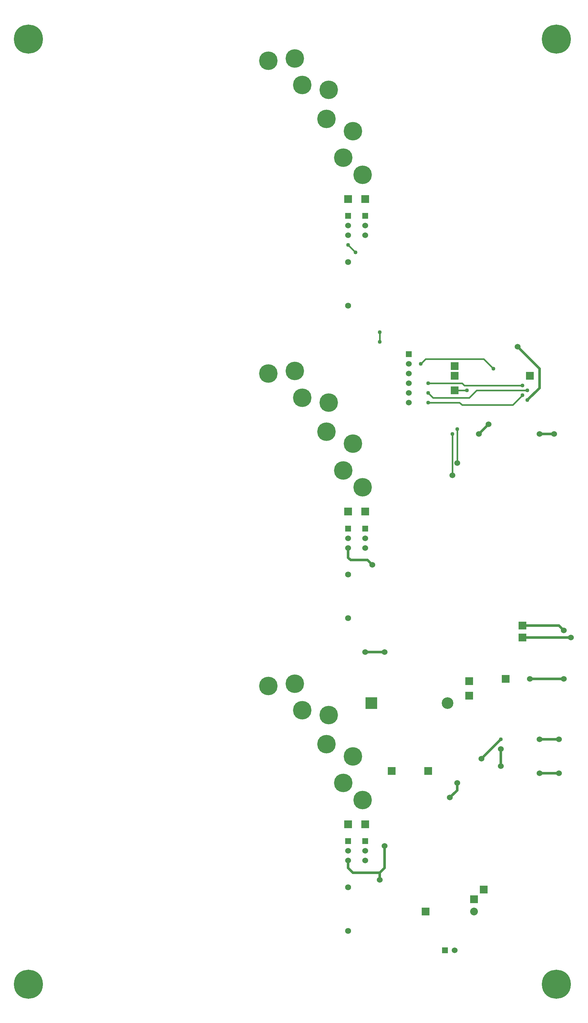
<source format=gbr>
G04 start of page 2 for group 0 idx 0
G04 Title: (unknown), solder *
G04 Creator: pcb-bin 20060822 *
G04 CreationDate: Mon Jun 16 01:23:04 2008 UTC *
G04 For: pete *
G04 Format: Gerber/RS-274X *
G04 PCB-Dimensions: 645000 1075000 *
G04 PCB-Coordinate-Origin: lower left *
%MOIN*%
%FSLAX24Y24*%
%LNGROUP0*%
%ADD11C,0.0150*%
%ADD12C,0.0250*%
%ADD13R,0.0800X0.0800*%
%ADD14C,0.0600*%
%ADD15R,0.0600X0.0600*%
%ADD16C,0.1200*%
%ADD17R,0.1200X0.1200*%
%ADD18C,0.0620*%
%ADD19C,0.0800*%
%ADD20C,0.0400*%
%ADD21C,0.1915*%
%ADD22C,0.3000*%
%ADD23C,0.0420*%
%ADD24C,0.0300*%
%ADD25C,0.0350*%
%ADD26C,0.0200*%
%ADD27C,0.1875*%
%ADD28C,0.2188*%
G54D11*X52000Y69500D02*X53000Y68500D01*
X46000Y69500D02*X52000D01*
G54D12*X51500Y61750D02*X52500Y62750D01*
G54D11*X45500Y69000D02*X46000Y69500D01*
X41250Y71250D02*Y72250D01*
X38750Y80500D02*X38000Y81250D01*
G54D12*Y49000D02*Y50000D01*
X40500Y48250D02*X40000Y48750D01*
X38250D01*
X38000Y49000D01*
X53750Y27500D02*Y29250D01*
X41750Y19250D02*Y17000D01*
X41250Y15750D02*Y16250D01*
Y16500D01*
X41750Y17000D02*X41250Y16500D01*
X38500D01*
X38000Y17000D02*Y17750D01*
X38500Y16500D02*X38000Y17000D01*
X59250Y61750D02*X57750D01*
X59750Y30250D02*X57750D01*
X49250Y25000D02*Y25750D01*
X48500Y24250D02*X49250Y25000D01*
X57750Y66500D02*Y68500D01*
X56500Y69750D01*
G54D11*X51250Y66250D02*X56500D01*
G54D12*Y69750D02*X55500Y70750D01*
G54D11*X56000Y66750D02*X50000D01*
X56000Y65750D02*X55000Y64750D01*
G54D12*X56500Y65250D02*X57750Y66500D01*
G54D11*X55000Y64750D02*X49750D01*
X50500Y65500D02*X51250Y66250D01*
X50000Y66750D02*X49750Y67000D01*
X50250Y66250D02*X49000D01*
X46250Y66000D02*X46750Y65500D01*
X49750Y67000D02*X46250D01*
X49750Y64750D02*X49500Y65000D01*
X49250Y62250D02*Y58750D01*
X48750Y61750D02*Y57500D01*
X46750Y65500D02*X50500D01*
X49500Y65000D02*X46250D01*
G54D12*X59750Y42000D02*X60250Y41500D01*
X59250Y42000D02*X59750D01*
X56750Y36500D02*X60250D01*
X56000Y42000D02*X59250D01*
X57750Y26750D02*X59750D01*
X51750Y28250D02*X53750Y30250D01*
X56000Y40750D02*X61000D01*
X39750Y39250D02*X41750D01*
G54D13*X49000Y66250D03*
Y67750D03*
Y68750D03*
G54D14*X44250Y65000D03*
Y66000D03*
G54D13*X56750Y67750D03*
G54D14*X44250Y67000D03*
Y68000D03*
Y69000D03*
G54D15*Y70000D03*
G54D13*X56000Y42000D03*
X54250Y36500D03*
X46250Y27000D03*
X42500D03*
X56000Y40750D03*
X50500Y36250D03*
G54D16*X48261Y34000D03*
G54D13*X50500Y34750D03*
G54D17*X40387Y34000D03*
G54D18*X38000Y42750D03*
Y47250D03*
G54D14*Y50000D03*
X39750Y51000D03*
Y50000D03*
X38000Y51000D03*
G54D15*X39750Y52000D03*
G54D13*Y53750D03*
G54D15*X38000Y52000D03*
G54D13*Y53750D03*
G54D18*Y75000D03*
Y79500D03*
G54D14*X39750Y82250D03*
X38000D03*
X39750Y83250D03*
X38000D03*
G54D15*X39750Y84250D03*
X38000D03*
G54D13*X39750Y86000D03*
X38000D03*
G54D14*X49000Y8500D03*
G54D15*X48000D03*
G54D14*X39750Y17750D03*
Y18750D03*
G54D18*X38000Y10500D03*
G54D19*X51000Y12500D03*
G54D13*Y13750D03*
X46000Y12500D03*
X52000Y14750D03*
G54D18*X38000Y15000D03*
G54D15*X39750Y19750D03*
G54D13*Y21500D03*
G54D14*X38000Y18750D03*
G54D15*Y19750D03*
G54D14*Y17750D03*
G54D13*Y21500D03*
G54D14*X57750Y61750D03*
G54D20*X56500Y65250D03*
X56000Y65750D03*
G54D14*X59250Y61750D03*
G54D20*X56000Y66750D03*
X56500Y66250D03*
G54D14*X55500Y70750D03*
X52500Y62750D03*
X51500Y61750D03*
G54D20*X49250Y62250D03*
X48750Y61750D03*
G54D14*X49250Y58750D03*
X48750Y57500D03*
G54D20*X53000Y68500D03*
X46250Y65000D03*
Y66000D03*
Y67000D03*
X50250Y66250D03*
X45500Y69000D03*
G54D14*X59750Y30250D03*
X57750Y26750D03*
X59750D03*
X57750Y30250D03*
X60250Y41500D03*
Y36500D03*
X56750D03*
X53750Y27500D03*
Y29250D03*
G54D20*Y30250D03*
G54D14*X51750Y28250D03*
X61000Y40750D03*
X41750Y39250D03*
X39750D03*
X41750Y19250D03*
X41250Y15750D03*
G54D21*X39500Y24000D03*
G54D14*X49250Y25750D03*
X48500Y24250D03*
G54D21*X37500Y25750D03*
X38500Y28500D03*
X36000Y32750D03*
X35750Y29750D03*
G54D14*X40500Y48250D03*
G54D21*X33250Y33250D03*
X32500Y36000D03*
X29750Y35750D03*
G54D22*X59500Y102500D03*
G54D21*X39500Y88500D03*
X38500Y93000D03*
G54D20*X38000Y81250D03*
G54D21*X37500Y90250D03*
X36000Y97250D03*
X33250Y97750D03*
X35750Y94250D03*
X32500Y100500D03*
X29750Y100250D03*
X39500Y56250D03*
X38500Y60750D03*
X37500Y58000D03*
G54D20*X41250Y71250D03*
G54D21*X35750Y62000D03*
G54D20*X41250Y72250D03*
X38750Y80500D03*
G54D21*X36000Y65000D03*
X33250Y65500D03*
X32500Y68250D03*
X29750Y68000D03*
G54D22*X5000Y102500D03*
X59500Y5000D03*
X5000D03*
G54D23*%LNGROUP0_C1*%
%LPC*%
G54D24*G54D23*G54D24*G54D23*G54D18*G54D23*G54D18*G54D23*G54D24*G54D23*G54D24*G54D23*G54D24*G54D23*G54D24*G54D23*G54D24*G54D23*G54D24*G54D23*G54D25*G54D26*G54D25*G54D26*G54D25*G54D26*G54D25*G54D26*G54D25*G54D26*G54D25*G54D27*G54D25*G54D27*G54D25*G54D27*G54D28*G54D27*G54D26*G54D27*G54D26*G54D27*G54D26*G54D27*G54D28*M02*

</source>
